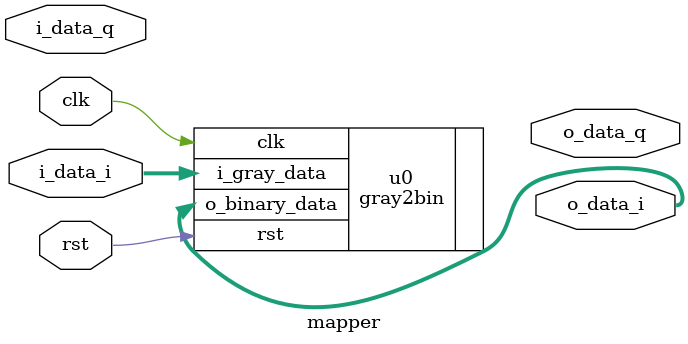
<source format=sv>
module mapper (
    input  logic clk,
    input  logic rst,
    input  logic [15:0] i_data_i,
    input  logic [15:0] i_data_q,
    output logic [15:0] o_data_i,
    output logic [15:0] o_data_q
);

    gray2bin u0 (
        .clk(clk),
        .rst(rst),
        .i_gray_data(i_data_i),
        .o_binary_data(o_data_i)
    );

endmodule
</source>
